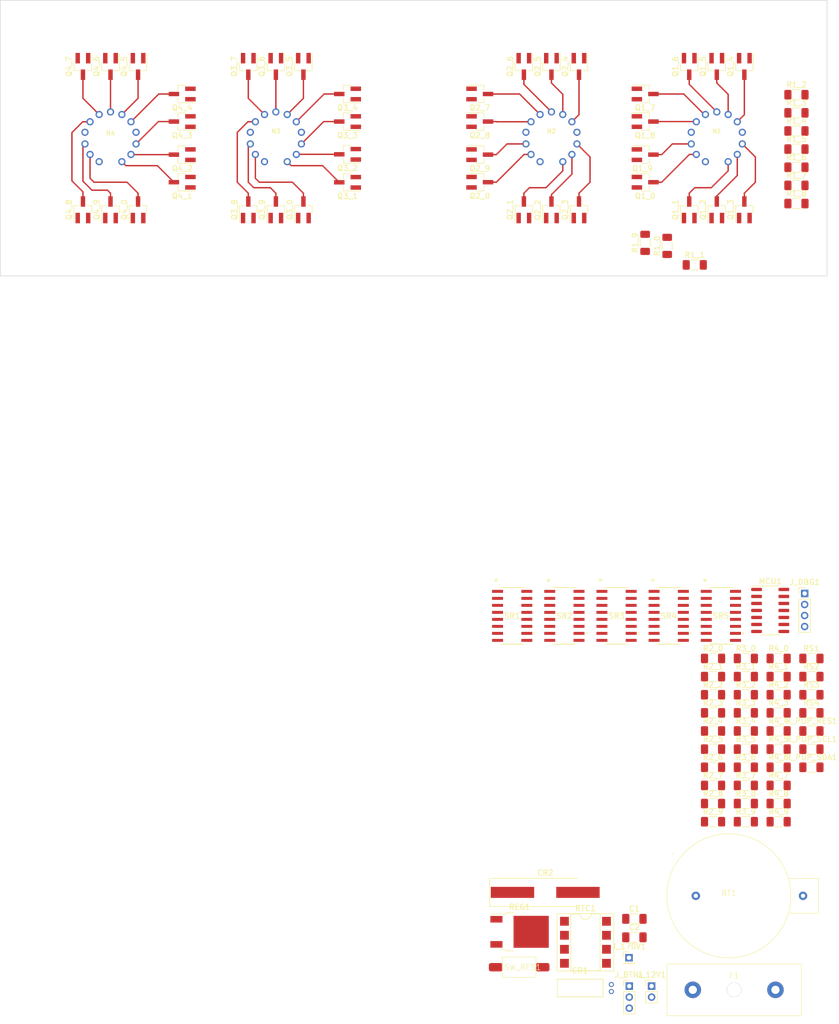
<source format=kicad_pcb>
(kicad_pcb (version 20221018) (generator pcbnew)
  (layers (0 "F.Cu" signal) (31 "B.Cu" signal) (34 "B.Paste" user) (35 "F.Paste" user) (36 "B.SilkS" user "B.Silkscreen") (37 "F.SilkS" user "F.Silkscreen") (38 "B.Mask" user) (39 "F.Mask" user) (44 "Edge.Cuts" user))
  (net 0 "")
  (net 1 "Net-(BT1-+)")
  (net 2 "GND")
  (net 3 "Net-(MCU1-XTAL1{slash}PB0)")
  (net 4 "Net-(MCU1-XTAL2{slash}PB1)")
  (net 5 "Net-(RTC1-X1)")
  (net 6 "Net-(RTC1-X2)")
  (net 7 "/+170V")
  (net 8 "/+12V")
  (net 9 "Net-(J_BTN1-Pin_1)")
  (net 10 "Net-(J_BTN1-Pin_2)")
  (net 11 "Net-(J_DBG1-Pin_1)")
  (net 12 "/CP")
  (net 13 "/STR")
  (net 14 "/OE")
  (net 15 "/+5V")
  (net 16 "Net-(MCU1-~{RESET}{slash}PB3)")
  (net 18 "Net-(MCU1-PA6)")
  (net 19 "Net-(MCU1-PA4)")
  (net 20 "Net-(Q1_1-C)")
  (net 21 "Net-(Q1_2-C)")
  (net 22 "Net-(Q1_3-C)")
  (net 24 "Net-(N1-4)")
  (net 25 "Net-(N1-5)")
  (net 26 "Net-(N1-6)")
  (net 27 "Net-(N1-7)")
  (net 28 "Net-(N1-8)")
  (net 30 "Net-(N1-9)")
  (net 31 "Net-(N1-0)")
  (net 32 "Net-(N1-A)")
  (net 33 "Net-(Q2_1-C)")
  (net 34 "Net-(Q2_2-C)")
  (net 35 "Net-(Q2_3-C)")
  (net 37 "Net-(N2-4)")
  (net 38 "Net-(N2-5)")
  (net 39 "Net-(N2-6)")
  (net 40 "Net-(N2-7)")
  (net 41 "Net-(N2-8)")
  (net 43 "Net-(N2-9)")
  (net 44 "Net-(N2-0)")
  (net 45 "Net-(N2-A)")
  (net 46 "Net-(Q3_1-C)")
  (net 47 "Net-(Q3_2-C)")
  (net 48 "Net-(Q3_3-C)")
  (net 50 "Net-(N3-4)")
  (net 51 "Net-(N3-5)")
  (net 52 "Net-(N3-6)")
  (net 53 "Net-(N3-7)")
  (net 54 "Net-(N3-8)")
  (net 56 "Net-(N3-9)")
  (net 57 "Net-(N3-0)")
  (net 58 "Net-(N3-A)")
  (net 59 "Net-(Q4_1-C)")
  (net 60 "Net-(Q4_2-C)")
  (net 61 "Net-(Q4_3-C)")
  (net 63 "Net-(N4-4)")
  (net 64 "Net-(N4-5)")
  (net 65 "Net-(N4-6)")
  (net 66 "Net-(N4-7)")
  (net 67 "Net-(N4-8)")
  (net 69 "Net-(N4-9)")
  (net 70 "Net-(N4-0)")
  (net 71 "Net-(N4-A)")
  (net 72 "Net-(Q1_0-B)")
  (net 73 "Net-(Q1_1-B)")
  (net 74 "Net-(Q1_2-B)")
  (net 75 "Net-(Q1_3-B)")
  (net 76 "Net-(Q1_4-B)")
  (net 77 "Net-(Q1_5-B)")
  (net 78 "Net-(Q1_6-B)")
  (net 79 "Net-(Q1_7-B)")
  (net 80 "Net-(Q1_8-B)")
  (net 81 "Net-(Q1_9-B)")
  (net 82 "Net-(Q2_0-B)")
  (net 83 "Net-(Q2_1-B)")
  (net 84 "Net-(Q2_2-B)")
  (net 85 "Net-(Q2_3-B)")
  (net 86 "Net-(Q2_4-B)")
  (net 87 "Net-(Q2_5-B)")
  (net 88 "Net-(Q2_6-B)")
  (net 89 "Net-(Q2_7-B)")
  (net 90 "Net-(Q2_8-B)")
  (net 91 "Net-(Q2_9-B)")
  (net 92 "Net-(Q3_0-B)")
  (net 93 "Net-(Q3_1-B)")
  (net 94 "Net-(Q3_2-B)")
  (net 95 "Net-(Q3_3-B)")
  (net 96 "Net-(Q3_4-B)")
  (net 97 "Net-(Q3_5-B)")
  (net 98 "Net-(Q3_6-B)")
  (net 99 "Net-(Q3_7-B)")
  (net 100 "Net-(Q3_8-B)")
  (net 101 "Net-(Q3_9-B)")
  (net 102 "Net-(Q4_0-B)")
  (net 103 "Net-(Q4_1-B)")
  (net 104 "Net-(Q4_2-B)")
  (net 105 "Net-(Q4_3-B)")
  (net 106 "Net-(Q4_4-B)")
  (net 107 "Net-(Q4_5-B)")
  (net 108 "Net-(Q4_6-B)")
  (net 109 "Net-(Q4_7-B)")
  (net 110 "Net-(Q4_8-B)")
  (net 111 "Net-(Q4_9-B)")
  (net 112 "Net-(SR1-QP0)")
  (net 113 "Net-(SR1-QP1)")
  (net 114 "Net-(SR1-QP2)")
  (net 115 "Net-(SR1-QP3)")
  (net 116 "Net-(SR1-QP4)")
  (net 117 "Net-(SR1-QP5)")
  (net 118 "Net-(SR1-QP6)")
  (net 119 "Net-(SR1-QP7)")
  (net 120 "Net-(SR2-QP0)")
  (net 121 "Net-(SR2-QP1)")
  (net 122 "Net-(SR2-QP2)")
  (net 123 "Net-(SR2-QP3)")
  (net 124 "Net-(SR2-QP4)")
  (net 125 "Net-(SR2-QP5)")
  (net 126 "Net-(SR2-QP6)")
  (net 127 "Net-(SR2-QP7)")
  (net 128 "Net-(SR3-QP0)")
  (net 129 "Net-(SR3-QP1)")
  (net 130 "Net-(SR3-QP2)")
  (net 131 "Net-(SR3-QP3)")
  (net 132 "Net-(SR3-QP4)")
  (net 133 "Net-(SR3-QP5)")
  (net 134 "Net-(SR3-QP6)")
  (net 135 "Net-(SR3-QP7)")
  (net 136 "Net-(SR4-QP0)")
  (net 137 "Net-(SR4-QP1)")
  (net 138 "Net-(SR4-QP2)")
  (net 139 "Net-(SR4-QP3)")
  (net 140 "Net-(SR4-QP4)")
  (net 141 "Net-(SR4-QP5)")
  (net 142 "Net-(SR4-QP6)")
  (net 143 "Net-(SR4-QP7)")
  (net 144 "Net-(SR5-QP0)")
  (net 145 "Net-(SR5-QP1)")
  (net 146 "Net-(SR5-QP2)")
  (net 147 "Net-(SR5-QP3)")
  (net 148 "Net-(SR5-QP4)")
  (net 149 "Net-(SR5-QP5)")
  (net 150 "Net-(SR5-QP6)")
  (net 151 "Net-(SR5-QP7)")
  (net 153 "Net-(SR1-QS1)")
  (net 154 "Net-(SR2-QS1)")
  (net 155 "Net-(SR3-QS1)")
  (net 156 "Net-(SR4-QS1)")
  (footprint "Resistor_SMD:R_1206_3216Metric_Pad1.30x1.75mm_HandSolder" (layer "F.Cu") (at 147.17 119.39)
    (fp_text reference "RS1")
    (fp_text value "82K")
  )
  (footprint "Package_TO_SOT_SMD:SOT-23_Handsoldering" (layer "F.Cu") (at 63 17 180)
    (fp_text reference "Q3_4")
    (fp_text value "BC807" hide)
  )
  (footprint "Resistor_SMD:R_1206_3216Metric_Pad1.30x1.75mm_HandSolder" (layer "F.Cu") (at 126 48)
    (fp_text reference "R1_1")
    (fp_text value "5K1" hide)
  )
  (footprint "Package_TO_SOT_SMD:SOT-23_Handsoldering" (layer "F.Cu") (at 63 27.94 180)
    (fp_text reference "Q3_2")
    (fp_text value "BC807" hide)
  )
  (footprint "Package_TO_SOT_SMD:SOT-23_Handsoldering" (layer "F.Cu") (at 15 12 -90)
    (fp_text reference "Q4_7")
    (fp_text value "BC807" hide)
  )
  (footprint "Resistor_SMD:R_1206_3216Metric_Pad1.30x1.75mm_HandSolder" (layer "F.Cu") (at 135.27 145.71)
    (fp_text reference "R3_8")
    (fp_text value "5K1")
  )
  (footprint "NixieClock:Z570M" (layer "F.Cu") (at 50 25)
    (fp_text reference "N3")
    (fp_text value "Z570M")
  )
  (footprint "Package_TO_SOT_SMD:SOT-23_Handsoldering" (layer "F.Cu") (at 135 38 90)
    (fp_text reference "Q1_3")
    (fp_text value "BC807" hide)
  )
  (footprint "NixieClock:CR20_holder" (layer "F.Cu") (at 132.195 162.445)
    (fp_text reference "BT1")
    (fp_text value "CR2032")
  )
  (footprint "Resistor_SMD:R_1206_3216Metric_Pad1.30x1.75mm_HandSolder" (layer "F.Cu") (at 117 44 90)
    (fp_text reference "R1_9")
    (fp_text value "5K1" hide)
  )
  (footprint "Package_TO_SOT_SMD:SOT-23_Handsoldering" (layer "F.Cu") (at 125 12 -90)
    (fp_text reference "Q1_6")
    (fp_text value "BC807" hide)
  )
  (footprint "NixieClock:SOT109-1_NXP-M" (layer "F.Cu") (at 92.877999 111.663)
    (fp_text reference "SR1")
    (fp_text value "HEF4094BT")
  )
  (footprint "Package_TO_SOT_SMD:SOT-23_Handsoldering" (layer "F.Cu") (at 95 12 -90)
    (fp_text reference "Q2_6")
    (fp_text value "BC807" hide)
  )
  (footprint "Package_TO_SOT_SMD:SOT-23_Handsoldering" (layer "F.Cu") (at 20 12 -90)
    (fp_text reference "Q4_6")
    (fp_text value "BC807" hide)
  )
  (footprint "Package_TO_SOT_SMD:SOT-23_Handsoldering" (layer "F.Cu") (at 63 22 180)
    (fp_text reference "Q3_3")
    (fp_text value "BC807" hide)
  )
  (footprint "Resistor_SMD:R_1206_3216Metric_Pad1.30x1.75mm_HandSolder" (layer "F.Cu") (at 135.27 125.97)
    (fp_text reference "R3_2")
    (fp_text value "5K1")
  )
  (footprint "Resistor_SMD:R_1206_3216Metric_Pad1.30x1.75mm_HandSolder" (layer "F.Cu") (at 129.32 125.97)
    (fp_text reference "R2_2")
    (fp_text value "5K1")
  )
  (footprint "Resistor_SMD:R_1206_3216Metric_Pad1.30x1.75mm_HandSolder" (layer "F.Cu") (at 135.27 149)
    (fp_text reference "R3_9")
    (fp_text value "5K1")
  )
  (footprint "Package_TO_SOT_SMD:SOT-23_Handsoldering" (layer "F.Cu") (at 20 38 90)
    (fp_text reference "Q4_9")
    (fp_text value "BC807" hide)
  )
  (footprint "Resistor_SMD:R_1206_3216Metric_Pad1.30x1.75mm_HandSolder" (layer "F.Cu") (at 147.17 125.97)
    (fp_text reference "RS3")
    (fp_text value "82K")
  )
  (footprint "Resistor_SMD:R_1206_3216Metric_Pad1.30x1.75mm_HandSolder" (layer "F.Cu") (at 129.32 135.84)
    (fp_text reference "R2_5")
    (fp_text value "5K1")
  )
  (footprint "Resistor_SMD:R_1206_3216Metric_Pad1.30x1.75mm_HandSolder" (layer "F.Cu") (at 144.45 36.87)
    (fp_text reference "R1_8")
    (fp_text value "5K1" hide)
  )
  (footprint "Resistor_SMD:R_1206_3216Metric_Pad1.30x1.75mm_HandSolder" (layer "F.Cu") (at 141.22 125.97)
    (fp_text reference "R4_2")
    (fp_text value "5K1")
  )
  (footprint "Resistor_SMD:R_1206_3216Metric_Pad1.30x1.75mm_HandSolder" (layer "F.Cu") (at 144.45 23.71)
    (fp_text reference "R1_4")
    (fp_text value "5K1" hide)
  )
  (footprint "Package_TO_SOT_SMD:SOT-23_Handsoldering" (layer "F.Cu") (at 100 38 90)
    (fp_text reference "Q2_2")
    (fp_text value "BC807" hide)
  )
  (footprint "Resistor_SMD:R_1206_3216Metric_Pad1.30x1.75mm_HandSolder" (layer "F.Cu") (at 147.17 139.13)
    (fp_text reference "R_PUP_SDA1")
    (fp_text value "5K1")
  )
  (footprint "NixieClock:Z570M" (layer "F.Cu") (at 20 25)
    (fp_text reference "N4")
    (fp_text value "Z570M")
  )
  (footprint "Package_TO_SOT_SMD:SOT-23_Handsoldering" (layer "F.Cu") (at 117 28)
    (fp_text reference "Q1_9")
    (fp_text value "BC807" hide)
  )
  (footprint "Package_TO_SOT_SMD:SOT-23_Handsoldering" (layer "F.Cu") (at 87 17)
    (fp_text reference "Q2_7")
    (fp_text value "BC807" hide)
  )
  (footprint "Resistor_SMD:R_1206_3216Metric_Pad1.30x1.75mm_HandSolder" (layer "F.Cu") (at 141.22 142.42)
    (fp_text reference "R4_7")
    (fp_text value "5K1")
  )
  (footprint "Package_TO_SOT_SMD:SOT-23_Handsoldering" (layer "F.Cu") (at 117 33)
    (fp_text reference "Q1_0")
    (fp_text value "BC807" hide)
  )
  (footprint "Resistor_SMD:R_1206_3216Metric_Pad1.30x1.75mm_HandSolder" (layer "F.Cu") (at 135.27 122.68)
    (fp_text reference "R3_1")
    (fp_text value "5K1")
  )
  (footprint "Package_TO_SOT_SMD:SOT-23_Handsoldering" (layer "F.Cu") (at 50 38 90)
    (fp_text reference "Q3_9")
    (fp_text value "BC807" hide)
  )
  (footprint "Package_TO_SOT_SMD:SOT-23_Handsoldering" (layer "F.Cu") (at 55 38 90)
    (fp_text reference "Q3_0")
    (fp_text value "BC807" hide)
  )
  (footprint "Package_DIP:DIP-8_W7.62mm_SMDSocket_SmallPads" (layer "F.Cu") (at 106.17 170.87)
    (fp_text reference "RTC1")
    (fp_text value "DS1307+")
  )
  (footprint "Package_TO_SOT_SMD:SOT-23_Handsoldering" (layer "F.Cu") (at 87 33)
    (fp_text reference "Q2_0")
    (fp_text value "BC807" hide)
  )
  (footprint "Connector_PinHeader_2.00mm:PinHeader_1x04_P2.00mm_Vertical" (layer "F.Cu") (at 145.94 107.6)
    (fp_text reference "J_DBG1")
    (fp_text value "Conn_01x04_Pin")
  )
  (footprint "Package_TO_SOT_SMD:SOT-23_Handsoldering" (layer "F.Cu") (at 63 33.02 180)
    (fp_text reference "Q3_1")
    (fp_text value "BC807" hide)
  )
  (footprint "Resistor_SMD:R_1206_3216Metric_Pad1.30x1.75mm_HandSolder" (layer "F.Cu") (at 135.27 119.39)
    (fp_text reference "R3_0")
    (fp_text value "5K1")
  )
  (footprint "Capacitor_SMD:C_1206_3216Metric_Pad1.33x1.80mm_HandSolder" (layer "F.Cu") (at 115.05 169.97)
    (fp_text reference "C2")
    (fp_text value "2.2pF")
  )
  (footprint "Package_TO_SOT_SMD:SOT-23_Handsoldering" (layer "F.Cu") (at 15 38 90)
    (fp_text reference "Q4_8")
    (fp_text value "BC807" hide)
  )
  (footprint "Resistor_SMD:R_1206_3216Metric_Pad1.30x1.75mm_HandSolder" (layer "F.Cu") (at 147.17 129.26)
    (fp_text reference "RS4")
    (fp_text value "82K")
  )
  (footprint "Resistor_SMD:R_1206_3216Metric_Pad1.30x1.75mm_HandSolder" (layer "F.Cu") (at 129.32 139.13)
    (fp_text reference "R2_6")
    (fp_text value "5K1")
  )
  (footprint "NixieClock:Z570M" (layer "F.Cu") (at 100 25)
    (fp_text reference "N2")
    (fp_text value "Z570M")
  )
  (footprint "NixieClock:Breaker_Holder_5x20" (layer "F.Cu") (at 133.145 179.495)
    (fp_text reference "F1")
    (fp_text value "250V/0.5A")
  )
  (footprint "Package_TO_SOT_SMD:SOT-23_Handsoldering" (layer "F.Cu") (at 25 12 -90)
    (fp_text reference "Q4_5")
    (fp_text value "BC807" hide)
  )
  (footprint "Package_TO_SOT_SMD:SOT-23_Handsoldering" (layer "F.Cu") (at 100 12 -90)
    (fp_text reference "Q2_5")
    (fp_text value "BC807" hide)
  )
  (footprint "Package_TO_SOT_SMD:SOT-23_Handsoldering" (layer "F.Cu") (at 45 38 90)
    (fp_text reference "Q3_8")
    (fp_text value "BC807" hide)
  )
  (footprint "NixieClock:SOT109-1_NXP-M" (layer "F.Cu") (at 102.343997 111.663)
    (fp_text reference "SR2")
    (fp_text value "HEF4094BT")
  )
  (footprint "Resistor_SMD:R_1206_3216Metric_Pad1.30x1.75mm_HandSolder" (layer "F.Cu") (at 144.45 27)
    (fp_text reference "R1_5")
    (fp_text value "5K1" hide)
  )
  (footprint "Package_TO_SOT_SMD:SOT-23_Handsoldering" (layer "F.Cu") (at 33 33 180)
    (fp_text reference "Q4_1")
    (fp_text value "BC807" hide)
  )
  (footprint "NixieClock:SOT109-1_NXP-M" (layer "F.Cu") (at 111.809995 111.663)
    (fp_text reference "SR3")
    (fp_text value "HEF4094BT")
  )
  (footprint "Resistor_SMD:R_1206_3216Metric_Pad1.30x1.75mm_HandSolder" (layer "F.Cu") (at 121 44.55 90)
    (fp_text reference "R1_0")
    (fp_text value "5K1" hide)
  )
  (footprint "Resistor_SMD:R_1206_3216Metric_Pad1.30x1.75mm_HandSolder" (layer "F.Cu") (at 129.32 149)
    (fp_text reference "R2_9")
    (fp_text value "5K1")
  )
  (footprint "Package_TO_SOT_SMD:SOT-23_Handsoldering" (layer "F.Cu") (at 130 38 90)
    (fp_text reference "Q1_2")
    (fp_text value "BC807" hide)
  )
  (footprint "Resistor_SMD:R_1206_3216Metric_Pad1.30x1.75mm_HandSolder" (layer "F.Cu") (at 129.32 122.68)
    (fp_text reference "R2_1")
    (fp_text value "5K1")
  )
  (footprint "Connector_PinHeader_2.00mm:PinHeader_1x01_P2.00mm_Vertical" (layer "F.Cu") (at 114.07 173.67)
    (fp_text reference "J_170V1")
    (fp_text value "Conn_01x01_Pin")
  )
  (footprint "Resistor_SMD:R_1206_3216Metric_Pad1.30x1.75mm_HandSolder" (layer "F.Cu") (at 141.22 145.71)
    (fp_text reference "R4_8")
    (fp_text value "5K1")
  )
  (footprint "Resistor_SMD:R_1206_3216Metric_Pad1.30x1.75mm_HandSolder" (layer "F.Cu") (at 147.17 135.84)
    (fp_text reference "R_PUP_SCL1")
    (fp_text value "5K1")
  )
  (footprint "Resistor_SMD:R_1206_3216Metric_Pad1.30x1.75mm_HandSolder" (layer "F.Cu") (at 141.22 132.55)
    (fp_text reference "R4_4")
    (fp_text value "5K1")
  )
  (footprint "Resistor_SMD:R_1206_3216Metric_Pad1.30x1.75mm_HandSolder" (layer "F.Cu") (at 135.27 139.13)
    (fp_text reference "R3_6")
    (fp_text value "5K1")
  )
  (footprint "Resistor_SMD:R_1206_3216Metric_Pad1.30x1.75mm_HandSolder" (layer "F.Cu") (at 144.45 33.58)
    (fp_text reference "R1_7")
    (fp_text value "5K1" hide)
  )
  (footprint "Package_SO:SOIC-14_3.9x8.7mm_P1.27mm" (layer "F.Cu") (at 139.69 110.68)
    (fp_text reference "MCU1")
    (fp_text value "ATtiny24A-SS")
  )
  (footprint "Resistor_SMD:R_1206_3216Metric_Pad1.30x1.75mm_HandSolder" (layer "F.Cu") (at 141.22 122.68)
    (fp_text reference "R4_1")
    (fp_text value "5K1")
  )
  (footprint "Resistor_SMD:R_1206_3216Metric_Pad1.30x1.75mm_HandSolder" (layer "F.Cu") (at 144.45 30.29)
    (fp_text reference "R1_6")
    (fp_text value "5K1" hide)
  )
  (footprint "Resistor_SMD:R_1206_3216Metric_Pad1.30x1.75mm_HandSolder" (layer "F.Cu") (at 141.22 119.39)
    (fp_text reference "R4_0")
    (fp_text value "5K1")
  )
  (footprint "Package_TO_SOT_SMD:SOT-23_Handsoldering" (layer "F.Cu") (at 135 12 -90)
    (fp_text reference "Q1_4")
    (fp_text value "BC807" hide)
  )
  (footprint "Resistor_SMD:R_1206_3216Metric_Pad1.30x1.75mm_HandSolder" (layer "F.Cu") (at 129.32 145.71)
    (fp_text reference "R2_8")
    (fp_text value "5K1")
  )
  (footprint "Package_TO_SOT_SMD:SOT-23_Handsoldering" (layer "F.Cu") (at 87 28)
    (fp_text reference "Q2_9")
    (fp_text value "BC807" hide)
  )
  (footprint "Resistor_SMD:R_1206_3216Metric_Pad1.30x1.75mm_HandSolder" (layer "F.Cu") (at 129.32 129.26)
    (fp_text reference "R2_3")
    (fp_text value "5K1")
  )
  (footprint "Package_TO_SOT_SMD:SOT-23_Handsoldering" (layer "F.Cu") (at 33 22 180)
    (fp_text reference "Q4_3")
    (fp_text value "BC807" hide)
  )
  (footprint "Package_TO_SOT_SMD:SOT-23_Handsoldering" (layer "F.Cu") (at 33 28 180)
    (fp_text reference "Q4_2")
    (fp_text value "BC807" hide)
  )
  (footprint "Resistor_SMD:R_1206_3216Metric_Pad1.30x1.75mm_HandSolder" (layer "F.Cu") (at 141.22 129.26)
    (fp_text reference "R4_3")
    (fp_text value "5K1")
  )
  (footprint "Package_TO_SOT_SMD:SOT-23_Handsoldering" (layer "F.Cu") (at 105 12 -90)
    (fp_text reference "Q2_4")
    (fp_text value "BC807" hide)
  )
  (footprint "Package_TO_SOT_SMD:SOT-23_Handsoldering" (layer "F.Cu") (at 95 38 90)
    (fp_text reference "Q2_1")
    (fp_text value "BC807" hide)
  )
  (footprint "Package_TO_SOT_SMD:SOT-23_Handsoldering" (layer "F.Cu") (at 117 17)
    (fp_text reference "Q1_7")
    (fp_text value "BC807" hide)
  )
  (footprint "Package_TO_SOT_SMD:SOT-23_Handsoldering" (layer "F.Cu") (at 45 12 -90)
    (fp_text reference "Q3_7")
    (fp_text value "BC807" hide)
  )
  (footprint "Capacitor_SMD:C_1206_3216Metric_Pad1.33x1.80mm_HandSolder" (layer "F.Cu") (at 115.05 166.62)
    (fp_text reference "C1")
    (fp_text value "1pF")
  )
  (footprint "Package_TO_SOT_SMD:SOT-23_Handsoldering" (layer "F.Cu") (at 125 38 90)
    (fp_text reference "Q1_1")
    (fp_text value "BC807" hide)
  )
  (footprint "Resistor_SMD:R_1206_3216Metric_Pad1.30x1.75mm_HandSolder" (layer "F.Cu") (at 129.32 119.39)
    (fp_text reference "R2_0")
    (fp_text value "5K1")
  )
  (footprint "NixieClock:SOT109-1_NXP-M" (layer "F.Cu") (at 121.275993 111.663)
    (fp_text reference "SR4")
    (fp_text value "HEF4094BT")
  )
  (footprint "Resistor_SMD:R_1206_3216Metric_Pad1.30x1.75mm_HandSolder" (layer "F.Cu") (at 144.45 20.42)
    (fp_text reference "R1_3")
    (fp_text value "5K1" hide)
  )
  (footprint "Package_TO_SOT_SMD:SOT-23_Handsoldering" (layer "F.Cu") (at 33 17 180)
    (fp_text reference "Q4_4")
    (fp_text value "BC807" hide)
  )
  (footprint "NixieClock:SOT109-1_NXP-M" (layer "F.Cu") (at 130.741991 111.663)
    (fp_text reference "SR5")
    (fp_text value "HEF4094BT")
  )
  (footprint "Package_TO_SOT_SMD:SOT-23_Handsoldering" (layer "F.Cu") (at 55 12 -90)
    (fp_text reference "Q3_5")
    (fp_text value "BC807" hide)
  )
  (footprint "Resistor_SMD:R_1206_3216Metric_Pad1.30x1.75mm_HandSolder" (layer "F.Cu") (at 147.17 132.55)
    (fp_text reference "R_PUP_RES1")
    (fp_text value "5K1")
  )
  (footprint "Resistor_SMD:R_1206_3216Metric_Pad1.30x1.75mm_HandSolder" (layer "F.Cu") (at 147.17 122.68)
    (fp_text reference "RS2")
    (fp_text value "82K")
  )
  (footprint "Package_TO_SOT_SMD:SOT-23_Handsoldering" (layer "F.Cu") (at 87 22)
    (fp_text reference "Q2_8")
    (fp_text value "BC807" hide)
  )
  (footprint "Resistor_SMD:R_1206_3216Metric_Pad1.30x1.75mm_HandSolder" (layer "F.Cu") (at 141.22 135.84)
    (fp_text reference "R4_5")
    (fp_text value "5K1")
  )
  (footprint "Resistor_SMD:R_1206_3216Metric_Pad1.30x1.75mm_HandSolder" (layer "F.Cu") (at 135.27 129.26)
    (fp_text reference "R3_3")
    (fp_text value "5K1")
  )
  (footprint "Package_TO_SOT_SMD:SOT-23_Handsoldering" (layer "F.Cu") (at 105 38 90)
    (fp_text reference "Q2_3")
    (fp_text value "BC807" hide)
  )
  (footprint "Resistor_SMD:R_1206_3216Metric_Pad1.30x1.75mm_HandSolder" (layer "F.Cu") (at 135.27 132.55)
    (fp_text reference "R3_4")
    (fp_text value "5K1")
  )
  (footprint "NixieClock:Z570M" (layer "F.Cu") (at 130 25)
    (fp_text reference "N1")
    (fp_text value "Z570M")
  )
  (footprint "Package_TO_SOT_SMD:SOT-23_Handsoldering" (layer "F.Cu") (at 117 22)
    (fp_text reference "Q1_8")
    (fp_text value "BC807" hide)
  )
  (footprint "Resistor_SMD:R_1206_3216Metric_Pad1.30x1.75mm_HandSolder" (layer "F.Cu") (at 135.27 142.42)
    (fp_text reference "R3_7")
    (fp_text value "5K1")
  )
  (footprint "Package_TO_SOT_SMD:SOT-23_Handsoldering" (layer "F.Cu") (at 50 12 -90)
    (fp_text reference "Q3_6")
    (fp_text value "BC807" hide)
  )
  (footprint "Resistor_SMD:R_1206_3216Metric_Pad1.30x1.75mm_HandSolder" (layer "F.Cu") (at 129.32 142.42)
    (fp_text reference "R2_7")
    (fp_text value "5K1")
  )
  (footprint "NixieClock:SW_TS1107GS" (layer "F.Cu") (at 94.145 175.395)
    (fp_text reference "SW_RES1")
    (fp_text value "SW_Push")
  )
  (footprint "Connector_PinHeader_2.00mm:PinHeader_1x02_P2.00mm_Vertical" (layer "F.Cu") (at 118.17 178.82)
    (fp_text reference "J_12V1")
    (fp_text value "Conn_01x02_Pin")
  )
  (footprint "Resistor_SMD:R_1206_3216Metric_Pad1.30x1.75mm_HandSolder" (layer "F.Cu") (at 129.32 132.55)
    (fp_text reference "R2_4")
    (fp_text value "5K1")
  )
  (footprint "Package_TO_SOT_SMD:SOT-23_Handsoldering" (layer "F.Cu") (at 25 38 90)
    (fp_text reference "Q4_0")
    (fp_text value "BC807" hide)
  )
  (footprint "Resistor_SMD:R_1206_3216Metric_Pad1.30x1.75mm_HandSolder" (layer "F.Cu") (at 141.22 139.13)
    (fp_text reference "R4_6")
    (fp_text value "5K1")
  )
  (footprint "Connector_PinHeader_2.00mm:PinHeader_1x03_P2.00mm_Vertical" (layer "F.Cu") (at 114.12 178.82)
    (fp_text reference "J_BTN1")
    (fp_text value "Conn_01x03_Pin")
  )
  (footprint "NixieClock:XTAL_AB38T-32.768KHZ" (layer "F.Cu") (at 110.87 179.17)
    (fp_text reference "CR1")
    (fp_text value "32,768KHz")
  )
  (footprint "Resistor_SMD:R_1206_3216Metric_Pad1.30x1.75mm_HandSolder" (layer "F.Cu") (at 144.45 17.13)
    (fp_text reference "R1_2")
    (fp_text value "5K1" hide)
  )
  (footprint "Crystal:Crystal_SMD_HC49-SD_HandSoldering" (layer "F.Cu") (at 98.87 161.82)
    (fp_text reference "CR2")
    (fp_text value "10MHz")
  )
  (footprint "Package_TO_SOT_SMD:TO-252-2" (layer "F.Cu") (at 94.22 168.97)
    (fp_text reference "REG1")
    (fp_text value "LF50CDT-TR")
  )
  (footprint "Package_TO_SOT_SMD:SOT-23_Handsoldering" (layer "F.Cu") (at 130 12 -90)
    (fp_text reference "Q1_5")
    (fp_text value "BC807" hide)
  )
  (footprint "Resistor_SMD:R_1206_3216Metric_Pad1.30x1.75mm_HandSolder" (layer "F.Cu") (at 135.27 135.84)
    (fp_text reference "R3_5")
    (fp_text value "5K1")
  )
  (footprint "Resistor_SMD:R_1206_3216Metric_Pad1.30x1.75mm_HandSolder" (layer "F.Cu") (at 141.22 149)
    (fp_text reference "R4_9")
    (fp_text value "5K1")
  )
  (gr_rect (start 0 0) (end 150 50) (stroke (width 0.1)) (fill none) (layer "Edge.Cuts"))
  (segment (start 126 34) (end 125 35) (width 0.25) (layer "F.Cu") (net 20))
  (segment (start 125 35) (end 125 36.5) (width 0.25) (layer "F.Cu") (net 20))
  (segment (start 129 34) (end 126 34) (width 0.25) (layer "F.Cu") (net 20))
  (segment (start 132.061 29.28) (end 132.061 30.939) (width 0.25) (layer "F.Cu") (net 20))
  (segment (start 132.061 30.939) (end 129 34) (width 0.25) (layer "F.Cu") (net 20))
  (segment (start 133.714 31.786) (end 133.714 27.962) (width 0.25) (layer "F.Cu") (net 21))
  (segment (start 130 36.5) (end 130 35.5) (width 0.25) (layer "F.Cu") (net 21))
  (segment (start 130 35.5) (end 133.714 31.786) (width 0.25) (layer "F.Cu") (net 21))
  (segment (start 135 35) (end 137 33) (width 0.25) (layer "F.Cu") (net 22))
  (segment (start 137 33) (end 137 28.426) (width 0.25) (layer "F.Cu") (net 22))
  (segment (start 137 28.426) (end 134.631 26.057) (width 0.25) (layer "F.Cu") (net 22))
  (segment (start 135 36.5) (end 135 35) (width 0.25) (layer "F.Cu") (net 22))
  (segment (start 135 13.5) (end 135 20.752) (width 0.25) (layer "F.Cu") (net 24))
  (segment (start 135 20.752) (end 133.714 22.038) (width 0.25) (layer "F.Cu") (net 24))
  (segment (start 132.061 17.061) (end 132.061 20.72) (width 0.25) (layer "F.Cu") (net 25))
  (segment (start 130 13.5) (end 130 15) (width 0.25) (layer "F.Cu") (net 25))
  (segment (start 130 15) (end 132.061 17.061) (width 0.25) (layer "F.Cu") (net 25))
  (segment (start 125 15.25) (end 130 20.25) (width 0.25) (layer "F.Cu") (net 26))
  (segment (start 125 13.5) (end 125 15.25) (width 0.25) (layer "F.Cu") (net 26))
  (segment (start 118.5 17) (end 124 17) (width 0.25) (layer "F.Cu") (net 27))
  (segment (start 127.72 20.72) (end 127.939 20.72) (width 0.25) (layer "F.Cu") (net 27))
  (segment (start 124 17) (end 127.72 20.72) (width 0.25) (layer "F.Cu") (net 27))
  (segment (start 126.248 22) (end 126.286 22.038) (width 0.25) (layer "F.Cu") (net 28))
  (segment (start 118.5 22) (end 126.248 22) (width 0.25) (layer "F.Cu") (net 28))
  (segment (start 120 28) (end 121.943 26.057) (width 0.25) (layer "F.Cu") (net 30))
  (segment (start 121.943 26.057) (end 125.369 26.057) (width 0.25) (layer "F.Cu") (net 30))
  (segment (start 118.5 28) (end 120 28) (width 0.25) (layer "F.Cu") (net 30))
  (segment (start 120 33) (end 125.038 27.962) (width 0.25) (layer "F.Cu") (net 31))
  (segment (start 125.038 27.962) (end 126.286 27.962) (width 0.25) (layer "F.Cu") (net 31))
  (segment (start 118.5 33) (end 120 33) (width 0.25) (layer "F.Cu") (net 31))
  (segment (start 99 34) (end 102.061 30.939) (width 0.25) (layer "F.Cu") (net 33))
  (segment (start 96 34) (end 99 34) (width 0.25) (layer "F.Cu") (net 33))
  (segment (start 95 36.5) (end 95 35) (width 0.25) (layer "F.Cu") (net 33))
  (segment (start 95 35) (end 96 34) (width 0.25) (layer "F.Cu") (net 33))
  (segment (start 102.061 30.939) (end 102.061 29.28) (width 0.25) (layer "F.Cu") (net 33))
  (segment (start 100 36.5) (end 100 35.25) (width 0.25) (layer "F.Cu") (net 34))
  (segment (start 103.714 31.536) (end 103.714 27.962) (width 0.25) (layer "F.Cu") (net 34))
  (segment (start 100 35.25) (end 103.714 31.536) (width 0.25) (layer "F.Cu") (net 34))
  (segment (start 107 28.426) (end 104.631 26.057) (width 0.25) (layer "F.Cu") (net 35))
  (segment (start 105 35) (end 107 33) (width 0.25) (layer "F.Cu") (net 35))
  (segment (start 107 33) (end 107 28.426) (width 0.25) (layer "F.Cu") (net 35))
  (segment (start 105 36.5) (end 105 35) (width 0.25) (layer "F.Cu") (net 35))
  (segment (start 105 20.752) (end 103.714 22.038) (width 0.25) (layer "F.Cu") (net 37))
  (segment (start 105 13.5) (end 105 20.752) (width 0.25) (layer "F.Cu") (net 37))
  (segment (start 100 15) (end 102.061 17.061) (width 0.25) (layer "F.Cu") (net 38))
  (segment (start 102.061 17.061) (end 102.061 20.72) (width 0.25) (layer "F.Cu") (net 38))
  (segment (start 100 13.5) (end 100 15) (width 0.25) (layer "F.Cu") (net 38))
  (segment (start 95 13.5) (end 95 15.25) (width 0.25) (layer "F.Cu") (net 39))
  (segment (start 95 15.25) (end 100 20.25) (width 0.25) (layer "F.Cu") (net 39))
  (segment (start 88.5 17) (end 94.219 17) (width 0.25) (layer "F.Cu") (net 40))
  (segment (start 94.219 17) (end 97.939 20.72) (width 0.25) (layer "F.Cu") (net 40))
  (segment (start 90.038 22.038) (end 96.286 22.038) (width 0.25) (layer "F.Cu") (net 41))
  (segment (start 90 22) (end 90.038 22.038) (width 0.25) (layer "F.Cu") (net 41))
  (segment (start 88.5 22) (end 90 22) (width 0.25) (layer "F.Cu") (net 41))
  (segment (start 90 28) (end 91.943 26.057) (width 0.25) (layer "F.Cu") (net 43))
  (segment (start 91.943 26.057) (end 95.369 26.057) (width 0.25) (layer "F.Cu") (net 43))
  (segment (start 88.5 28) (end 90 28) (width 0.25) (layer "F.Cu") (net 43))
  (segment (start 90 33) (end 95.038 27.962) (width 0.25) (layer "F.Cu") (net 44))
  (segment (start 88.5 33) (end 90 33) (width 0.25) (layer "F.Cu") (net 44))
  (segment (start 95.038 27.962) (end 96.286 27.962) (width 0.25) (layer "F.Cu") (net 44))
  (segment (start 58.48 30) (end 52.781 30) (width 0.25) (layer "F.Cu") (net 46))
  (segment (start 52.781 30) (end 52.061 29.28) (width 0.25) (layer "F.Cu") (net 46))
  (segment (start 61.5 33.02) (end 58.48 30) (width 0.25) (layer "F.Cu") (net 46))
  (segment (start 61.5 27.94) (end 53.736 27.94) (width 0.25) (layer "F.Cu") (net 47))
  (segment (start 53.736 27.94) (end 53.714 27.962) (width 0.25) (layer "F.Cu") (net 47))
  (segment (start 61.5 22) (end 58.688 22) (width 0.25) (layer "F.Cu") (net 48))
  (segment (start 58.688 22) (end 54.631 26.057) (width 0.25) (layer "F.Cu") (net 48))
  (segment (start 61.5 17) (end 58.752 17) (width 0.25) (layer "F.Cu") (net 50))
  (segment (start 58.752 17) (end 53.714 22.038) (width 0.25) (layer "F.Cu") (net 50))
  (segment (start 55 17.781) (end 52.061 20.72) (width 0.25) (layer "F.Cu") (net 51))
  (segment (start 55 13.5) (end 55 17.781) (width 0.25) (layer "F.Cu") (net 51))
  (segment (start 50 13.5) (end 50 20.25) (width 0.25) (layer "F.Cu") (net 52))
  (segment (start 45 13.5) (end 45 17.781) (width 0.25) (layer "F.Cu") (net 53))
  (segment (start 45 17.781) (end 47.939 20.72) (width 0.25) (layer "F.Cu") (net 53))
  (segment (start 45 35) (end 43 33) (width 0.25) (layer "F.Cu") (net 54))
  (segment (start 44.925742 22.038) (end 46.286 22.038) (width 0.25) (layer "F.Cu") (net 54))
  (segment (start 45 36.5) (end 45 35) (width 0.25) (layer "F.Cu") (net 54))
  (segment (start 43 33) (end 43 23.963742) (width 0.25) (layer "F.Cu") (net 54))
  (segment (start 43 23.963742) (end 44.925742 22.038) (width 0.25) (layer "F.Cu") (net 54))
  (segment (start 46 34) (end 45 33) (width 0.25) (layer "F.Cu") (net 56))
  (segment (start 45 26.426) (end 45.369 26.057) (width 0.25) (layer "F.Cu") (net 56))
  (segment (start 50 35) (end 49 34) (width 0.25) (layer "F.Cu") (net 56))
  (segment (start 50 36.5) (end 50 35) (width 0.25) (layer "F.Cu") (net 56))
  (segment (start 45 33) (end 45 26.426) (width 0.25) (layer "F.Cu") (net 56))
  (segment (start 49 34) (end 46 34) (width 0.25) (layer "F.Cu") (net 56))
  (segment (start 55 36.5) (end 55 35) (width 0.25) (layer "F.Cu") (net 57))
  (segment (start 46.286 32.286) (end 46.286 27.962) (width 0.25) (layer "F.Cu") (net 57))
  (segment (start 47 33) (end 46.286 32.286) (width 0.25) (layer "F.Cu") (net 57))
  (segment (start 55 35) (end 53 33) (width 0.25) (layer "F.Cu") (net 57))
  (segment (start 53 33) (end 47 33) (width 0.25) (layer "F.Cu") (net 57))
  (segment (start 28.5 30) (end 22.781 30) (width 0.25) (layer "F.Cu") (net 59))
  (segment (start 22.781 30) (end 22.061 29.28) (width 0.25) (layer "F.Cu") (net 59))
  (segment (start 31.5 33) (end 28.5 30) (width 0.25) (layer "F.Cu") (net 59))
  (segment (start 31.5 28) (end 23.752 28) (width 0.25) (layer "F.Cu") (net 60))
  (segment (start 23.752 28) (end 23.714 27.962) (width 0.25) (layer "F.Cu") (net 60))
  (segment (start 31.5 22) (end 28.688 22) (width 0.25) (layer "F.Cu") (net 61))
  (segment (start 28.688 22) (end 24.631 26.057) (width 0.25) (layer "F.Cu") (net 61))
  (segment (start 31.5 17) (end 28.752 17) (width 0.25) (layer "F.Cu") (net 63))
  (segment (start 28.752 17) (end 23.714 22.038) (width 0.25) (layer "F.Cu") (net 63))
  (segment (start 25 17.781) (end 22.061 20.72) (width 0.25) (layer "F.Cu") (net 64))
  (segment (start 25 13.5) (end 25 17.781) (width 0.25) (layer "F.Cu") (net 64))
  (segment (start 20 13.5) (end 20 20.25) (width 0.25) (layer "F.Cu") (net 65))
  (segment (start 15 13.5) (end 15 17.781) (width 0.25) (layer "F.Cu") (net 66))
  (segment (start 15 17.781) (end 17.939 20.72) (width 0.25) (layer "F.Cu") (net 66))
  (segment (start 13 24) (end 13 32.75) (width 0.25) (layer "F.Cu") (net 67))
  (segment (start 13 32.75) (end 15 34.75) (width 0.25) (layer "F.Cu") (net 67))
  (segment (start 16.286 22.038) (end 14.962 22.038) (width 0.25) (layer "F.Cu") (net 67))
  (segment (start 14.962 22.038) (end 13 24) (width 0.25) (layer "F.Cu") (net 67))
  (segment (start 15 34.75) (end 15 36.5) (width 0.25) (layer "F.Cu") (net 67))
  (segment (start 20 36.5) (end 20 35) (width 0.25) (layer "F.Cu") (net 69))
  (segment (start 15 26.426) (end 15.369 26.057) (width 0.25) (layer "F.Cu") (net 69))
  (segment (start 15 32.818198) (end 15 26.426) (width 0.25) (layer "F.Cu") (net 69))
  (segment (start 19.45 34.45) (end 16.631802 34.45) (width 0.25) (layer "F.Cu") (net 69))
  (segment (start 16.631802 34.45) (end 15 32.818198) (width 0.25) (layer "F.Cu") (net 69))
  (segment (start 20 35) (end 19.45 34.45) (width 0.25) (layer "F.Cu") (net 69))
  (segment (start 16.286 32.286) (end 16.286 27.962) (width 0.25) (layer "F.Cu") (net 70))
  (segment (start 23 33) (end 17 33) (width 0.25) (layer "F.Cu") (net 70))
  (segment (start 17 33) (end 16.286 32.286) (width 0.25) (layer "F.Cu") (net 70))
  (segment (start 25 36.5) (end 25 35) (width 0.25) (layer "F.Cu") (net 70))
  (segment (start 25 35) (end 23 33) (width 0.25) (layer "F.Cu") (net 70))
)
</source>
